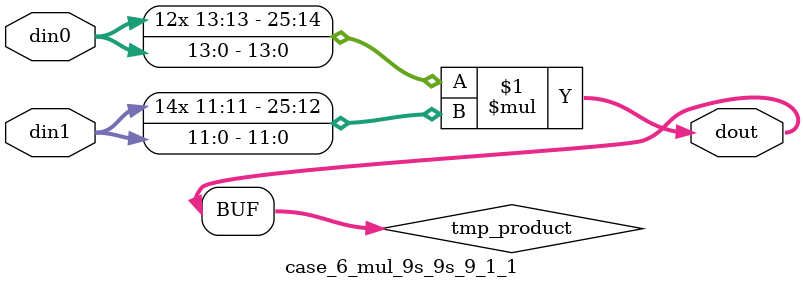
<source format=v>

`timescale 1 ns / 1 ps

 module case_6_mul_9s_9s_9_1_1(din0, din1, dout);
parameter ID = 1;
parameter NUM_STAGE = 0;
parameter din0_WIDTH = 14;
parameter din1_WIDTH = 12;
parameter dout_WIDTH = 26;

input [din0_WIDTH - 1 : 0] din0; 
input [din1_WIDTH - 1 : 0] din1; 
output [dout_WIDTH - 1 : 0] dout;

wire signed [dout_WIDTH - 1 : 0] tmp_product;



























assign tmp_product = $signed(din0) * $signed(din1);








assign dout = tmp_product;





















endmodule

</source>
